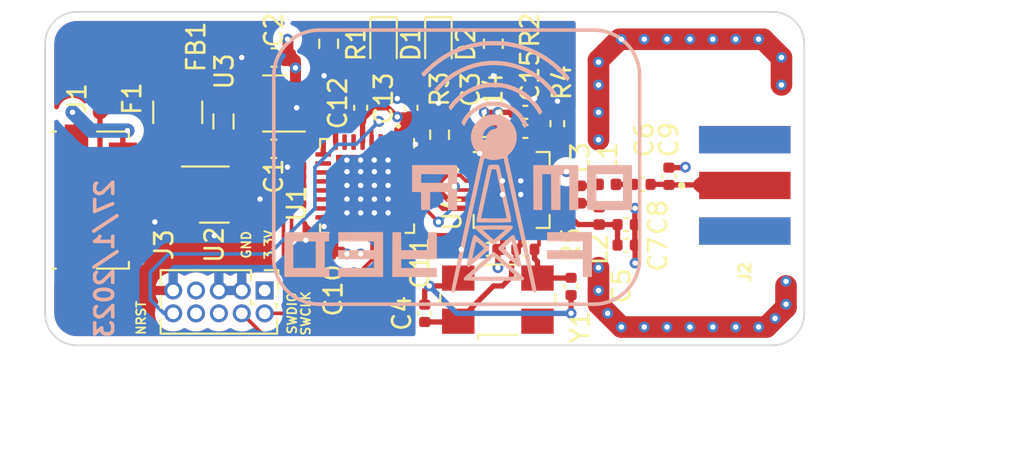
<source format=kicad_pcb>
(kicad_pcb (version 20221018) (generator pcbnew)
  (layers (0 "F.Cu" signal) (1 "In1.Cu" power "GND") (2 "In2.Cu" power "3.3V") (31 "B.Cu" signal) (34 "B.Paste" user) (35 "F.Paste" user) (36 "B.SilkS" user "B.Silkscreen") (37 "F.SilkS" user "F.Silkscreen") (38 "B.Mask" user) (39 "F.Mask" user) (44 "Edge.Cuts" user))
  (net 0 "")
  (net 1 "Net-(C1-Pad1)")
  (net 2 "GND")
  (net 3 "+3.3V")
  (net 4 "Net-(C3-Pad1)")
  (net 5 "XTAL2")
  (net 6 "XTAL1")
  (net 7 "Net-(C6-Pad1)")
  (net 8 "Net-(C6-Pad2)")
  (net 9 "VDD_PA")
  (net 10 "Net-(D1-Pad1)")
  (net 11 "Net-(D1-Pad2)")
  (net 12 "Net-(D2-Pad1)")
  (net 13 "Net-(D2-Pad2)")
  (net 14 "+5V")
  (net 15 "Net-(F1-Pad2)")
  (net 16 "D-")
  (net 17 "D+")
  (net 19 "unconnected-(J1-Pad6)")
  (net 20 "SWDIO")
  (net 21 "SWCLK")
  (net 25 "NRST")
  (net 26 "Net-(R3-Pad1)")
  (net 27 "Net-(R4-Pad2)")
  (net 41 "USB-")
  (net 42 "USB+")
  (net 43 "NRF_IRQ")
  (net 44 "SPI_SCK")
  (net 45 "SPI_MISO")
  (net 46 "SPI_MOSI")
  (net 47 "SPI_CS")
  (net 48 "NRF_CE")
  (net 49 "ANT2")
  (net 50 "ANT1")
  (footprint "Package_DFN_QFN:QFN-20-1EP_4x4mm_P0.5mm_EP2.5x2.5mm" (layer "F.Cu") (at 159.004 57.912)
    (fp_text reference "U4")
    (fp_text value "NRF24L01")
  )
  (footprint "Capacitor_SMD:C_0402_1005Metric_Pad0.74x0.62mm_HandSolder" (layer "F.Cu") (at 159.769676 54.65785 180)
    (fp_text reference "C14")
    (fp_text value "10nF")
  )
  (footprint "Resistor_SMD:R_0603_1608Metric" (layer "F.Cu") (at 148.844 49.784 -90)
    (fp_text reference "R1")
    (fp_text value "330R")
  )
  (footprint "Capacitor_SMD:C_0402_1005Metric" (layer "F.Cu") (at 154.178 64.77 -90)
    (fp_text reference "C4")
    (fp_text value "22pF")
  )
  (footprint "Capacitor_SMD:C_0402_1005Metric_Pad0.74x0.62mm_HandSolder" (layer "F.Cu") (at 150.622 53.34 -90)
    (fp_text reference "C12")
    (fp_text value "100nF")
  )
  (footprint "Package_TO_SOT_SMD:SOT-23-6" (layer "F.Cu") (at 142.494 58.166)
    (fp_text reference "U2")
    (fp_text value "USBLC6-2SC6")
  )
  (footprint "Capacitor_SMD:C_0402_1005Metric" (layer "F.Cu") (at 157.48 54.61 180)
    (fp_text reference "C3")
    (fp_text value "33nF")
  )
  (footprint "Capacitor_SMD:C_0402_1005Metric_Pad0.74x0.62mm_HandSolder" (layer "F.Cu") (at 153.416 53.34 -90)
    (fp_text reference "C13")
    (fp_text value "100nF")
  )
  (footprint "Capacitor_SMD:C_0603_1608Metric" (layer "F.Cu") (at 145.809 50.546 180)
    (fp_text reference "C2")
    (fp_text value "10uF")
  )
  (footprint "Inductor_SMD:L_0402_1005Metric" (layer "F.Cu") (at 162.814 58.166 -90)
    (fp_text reference "L3")
    (fp_text value "8.2nH")
  )
  (footprint "Resistor_SMD:R_0402_1005Metric" (layer "F.Cu") (at 159.766 61.214)
    (fp_text reference "R5")
    (fp_text value "1M")
  )
  (footprint "Resistor_SMD:R_0603_1608Metric" (layer "F.Cu") (at 157.988 49.784 -90)
    (fp_text reference "R2")
    (fp_text value "330R")
  )
  (footprint "Capacitor_SMD:C_0402_1005Metric_Pad0.74x0.62mm_HandSolder" (layer "F.Cu") (at 159.766 53.594 180)
    (fp_text reference "C15")
    (fp_text value "1nF")
  )
  (footprint "Capacitor_SMD:C_0402_1005Metric" (layer "F.Cu") (at 162.306 63.274 90)
    (fp_text reference "C5")
    (fp_text value "22pF")
  )
  (footprint "Capacitor_SMD:C_0603_1608Metric" (layer "F.Cu") (at 145.796 55.626)
    (fp_text reference "C1")
    (fp_text value "10uF")
  )
  (footprint "Capacitor_SMD:C_0402_1005Metric_Pad0.74x0.62mm_HandSolder" (layer "F.Cu") (at 157.734 61.214)
    (fp_text reference "C11")
    (fp_text value "100nF")
  )
  (footprint "Capacitor_SMD:C_0402_1005Metric" (layer "F.Cu") (at 165.367 60.975 180)
    (fp_text reference "C7")
    (fp_text value "4.7pF")
  )
  (footprint "Resistor_SMD:R_0603_1608Metric" (layer "F.Cu") (at 155.004197 54.84167 90)
    (fp_text reference "R3")
    (fp_text value "10k")
  )
  (footprint "Inductor_SMD:L_0402_1005Metric" (layer "F.Cu") (at 163.867 59.35 -90)
    (fp_text reference "L2")
    (fp_text value "2.7nH")
  )
  (footprint "Resistor_SMD:R_0402_1005Metric" (layer "F.Cu") (at 161.542 54.225 -90)
    (fp_text reference "R4")
    (fp_text value "22K")
  )
  (footprint "LED_SMD:LED_0603_1608Metric" (layer "F.Cu") (at 154.94 49.784 -90)
    (fp_text reference "D2")
    (fp_text value "yellow")
  )
  (footprint "Crystal:Crystal_SMD_0603-4Pin_6.0x3.5mm" (layer "F.Cu") (at 158.242 64.008)
    (fp_text reference "Y1")
    (fp_text value "16MHz")
  )
  (footprint "Connector_PinHeader_1.27mm:PinHeader_2x05_P1.27mm_Vertical" (layer "F.Cu") (at 145.288 63.5 -90)
    (fp_text reference "J3")
    (fp_text value "Conn_ARM_JTAG_SWD_10")
  )
  (footprint "Inductor_SMD:L_0402_1005Metric" (layer "F.Cu") (at 164.317 57.6)
    (fp_text reference "L1")
    (fp_text value "3.9nH")
  )
  (footprint "Capacitor_SMD:C_0402_1005Metric" (layer "F.Cu") (at 165.367 59.835 180)
    (fp_text reference "C8")
    (fp_text value "2.2nF")
  )
  (footprint "Package_TO_SOT_SMD:SOT-23" (layer "F.Cu") (at 145.851478 53.102747 180)
    (fp_text reference "U3")
    (fp_text value "XC6206PxxxMR")
  )
  (footprint "Package_DFN_QFN:QFN-32-1EP_5x5mm_P0.5mm_EP3.45x3.45mm" (layer "F.Cu") (at 150.9785 57.686 -90)
    (fp_text reference "U1")
    (fp_text value "STM32L432KBUx")
  )
  (footprint "Capacitor_SMD:C_0402_1005Metric" (layer "F.Cu") (at 166.242 57.6)
    (fp_text reference "C6")
    (fp_text value "1.5pF")
  )
  (footprint "Fuse:Fuse_1210_3225Metric" (layer "F.Cu") (at 140.462 53.594 -90)
    (fp_text reference "F1")
    (fp_text value "150mA")
  )
  (footprint "Connector_USB:USB_Micro-B_Molex_47346-0001" (layer "F.Cu") (at 136.039 58.4725 -90)
    (fp_text reference "J1")
    (fp_text value "USB_B_Micro")
  )
  (footprint "Capacitor_SMD:C_0402_1005Metric" (layer "F.Cu") (at 167.742 57.15 -90)
    (fp_text reference "C9")
    (fp_text value "1pF")
  )
  (footprint "Inductor_SMD:L_0805_2012Metric" (layer "F.Cu") (at 143.002 54.102 90)
    (fp_text reference "FB1")
    (fp_text value "100MHz")
  )
  (footprint "Model RF:LINX_CONSMA013.031-G" (layer "F.Cu") (at 174.498 57.658 90)
    (fp_text reference "J2")
    (fp_text value "Conn_Coaxial")
  )
  (footprint "Capacitor_SMD:C_0402_1005Metric_Pad0.74x0.62mm_HandSolder" (layer "F.Cu") (at 148.336 61.468)
    (fp_text reference "C10")
    (fp_text value "1uF")
  )
  (footprint "LED_SMD:LED_0603_1608Metric" (layer "F.Cu") (at 151.892 49.784 -90)
    (fp_text reference "D1")
    (fp_text value "Green")
  )
  (footprint "KiCad:Logo +" (layer "B.Cu") (at 155.956 56.642 180)
    (fp_text reference "G***" hide)
    (fp_text value "LOGO" hide)
  )
  (gr_line (start 134.874 48.006) (end 173.482 48.006) (stroke (width 0.1)) (layer "Edge.Cuts"))
  (gr_line (start 173.482 66.548) (end 134.874 66.548) (stroke (width 0.1)) (layer "Edge.Cuts"))
  (gr_arc (start 173.482 48.006) (mid 174.739236 48.526764) (end 175.26 49.784) (stroke (width 0.1)) (layer "Edge.Cuts"))
  (gr_arc (start 175.26 64.77) (mid 174.739236 66.027236) (end 173.482 66.548) (stroke (width 0.1)) (layer "Edge.Cuts"))
  (gr_arc (start 134.874 66.548) (mid 133.616764 66.027236) (end 133.096 64.77) (stroke (width 0.1)) (layer "Edge.Cuts"))
  (gr_line (start 175.26 49.784) (end 175.26 64.77) (stroke (width 0.1)) (layer "Edge.Cuts"))
  (gr_arc (start 133.096 49.784) (mid 133.616764 48.526764) (end 134.874 48.006) (stroke (width 0.1)) (layer "Edge.Cuts"))
  (gr_line (start 133.096 64.77) (end 133.096 49.784) (stroke (width 0.1)) (layer "Edge.Cuts"))
  (gr_text "27/1/2023" (at 136.398 61.722 90) (layer "B.SilkS") (effects (font (size 1 1) (thickness 0.2)) (justify mirror)))
  (gr_text "." (at 152.720191 53.950477) (layer "F.SilkS") (effects (font (size 1 1) (thickness 0.2))))
  (gr_text "." (at 155.956 56.388) (layer "F.SilkS") (effects (font (size 1 1) (thickness 0.2))))
  (gr_text "SWDIO" (at 146.812 64.77 90) (layer "F.SilkS") (effects (font (size 0.5 0.5) (thickness 0.1))))
  (gr_text "GND" (at 144.272 60.96 90) (layer "F.SilkS") (effects (font (size 0.5 0.5) (thickness 0.1))))
  (gr_text "SWCLK" (at 147.574 64.77 90) (layer "F.SilkS") (effects (font (size 0.5 0.5) (thickness 0.1))))
  (gr_text "NRST" (at 138.43 65.024 90) (layer "F.SilkS") (effects (font (size 0.5 0.5) (thickness 0.1))))
  (gr_text "3.3V" (at 145.542 60.96 90) (layer "F.SilkS") (effects (font (size 0.5 0.5) (thickness 0.1))))
  (segment (start 143.002 53.0395) (end 143.065247 53.102747) (width 0.6) (layer "F.Cu") (net 1))
  (segment (start 145.1255 55.5215) (end 145.021 55.626) (width 0.6) (layer "F.Cu") (net 1))
  (segment (start 144.913978 55.518978) (end 144.913978 53.102747) (width 0.6) (layer "F.Cu") (net 1))
  (segment (start 143.065247 53.102747) (end 144.913978 53.102747) (width 0.6) (layer "F.Cu") (net 1))
  (segment (start 145.021 55.626) (end 144.913978 55.518978) (width 0.6) (layer "F.Cu") (net 1))
  (segment (start 137.499 59.7725) (end 139.1095 59.7725) (width 0.3) (layer "F.Cu") (net 2))
  (segment (start 158.004 55.9745) (end 157.3205 55.9745) (width 0.3) (layer "F.Cu") (net 2))
  (segment (start 157.988 51.562) (end 157.988 50.609) (width 0.3) (layer "F.Cu") (net 2))
  (segment (start 165.847 58.943) (end 165.862 58.928) (width 0.29337) (layer "F.Cu") (net 2))
  (segment (start 159.504 57.396) (end 159.512 57.404) (width 0.29337) (layer "F.Cu") (net 2))
  (segment (start 163.83 50.6984) (end 164.9984 49.53) (width 1.2) (layer "F.Cu") (net 2))
  (segment (start 173.99 50.546) (end 173.99 52.07) (width 1.2) (layer "F.Cu") (net 2))
  (segment (start 147.0005 54.036) (end 147.0005 53.4055) (width 0.3) (layer "F.Cu") (net 2))
  (segment (start 155.004197 54.01667) (end 155.004197 53.150197) (width 0.3) (layer "F.Cu") (net 2))
  (segment (start 154.432 63.246) (end 155.604 63.246) (width 0.29337) (layer "F.Cu") (net 2))
  (segment (start 156.21 61.214) (end 157.1665 61.214) (width 0.3) (layer "F.Cu") (net 2))
  (segment (start 163.83 64.262) (end 163.83 63.5) (width 1.2) (layer "F.Cu") (net 2))
  (segment (start 163.83 55.118) (end 163.83 53.594) (width 1.2) (layer "F.Cu") (net 2))
  (segment (start 159.504 55.462539) (end 159.504 55.9745) (width 0.29337) (layer "F.Cu") (net 2))
  (segment (start 152.535 52.713) (end 152.654 52.832) (width 0.3) (layer "F.Cu") (net 2))
  (segment (start 165.862 61.976) (end 165.862 60.99) (width 0.29337) (layer "F.Cu") (net 2))
  (segment (start 148.59 50.863) (end 148.844 50.609) (width 0.3) (layer "F.Cu") (net 2))
  (segment (start 160.337176 54.65785) (end 160.337176 53.597676) (width 0.29337) (layer "F.Cu") (net 2))
  (segment (start 165.1 49.53) (end 172.974 49.53) (width 1.2) (layer "F.Cu") (net 2))
  (segment (start 154.178 63.5) (end 154.432 63.246) (width 0.29337) (layer "F.Cu") (net 2))
  (segment (start 165.1 65.532) (end 173.1518 65.532) (width 1.2) (layer "F.Cu") (net 2))
  (segment (start 146.558 56.642) (end 146.558 55.639) (width 0.3) (layer "F.Cu") (net 2))
  (segment (start 160.3335 53.594) (end 161.421 53.594) (width 0.29337) (layer "F.Cu") (net 2))
  (segment (start 174.244 64.4398) (end 174.244 63.246) (width 1.2) (layer "F.Cu") (net 2))
  (segment (start 155.004197 53.150197) (end 154.94 53.086) (width 0.3) (layer "F.Cu") (net 2))
  (segment (start 160.337176 53.597676) (end 160.3335 53.594) (width 0.29337) (layer "F.Cu") (net 2))
  (segment (start 141.3565 58.166) (end 141.986 58.166) (width 0.3) (layer "F.Cu") (net 2))
  (segment (start 159.504 55.9745) (end 159.504 57.396) (width 0.29337) (layer "F.Cu") (net 2))
  (segment (start 147.7685 60.9005) (end 147.574 60.706) (width 0.3) (layer "F.Cu") (net 2))
  (segment (start 153.416 55.936) (end 153.416 55.626) (width 0.3) (layer "F.Cu") (net 2))
  (segment (start 163.83 63.5) (end 163.83 62.23) (width 1.2) (layer "F.Cu") (net 2))
  (segment (start 165.847 60.975) (end 165.847 58.943) (width 0.29337) (layer "F.Cu") (net 2))
  (segment (start 148.59 51.562) (end 148.59 50.863) (width 0.3) (layer "F.Cu") (net 2))
  (segment (start 159.52 57.412) (end 159.512 57.404) (width 0.29337) (layer "F.Cu") (net 2))
  (segment (start 162.306 63.754) (end 162.306 64.77) (width 0.29337) (layer "F.Cu") (net 2))
  (segment (start 153.416 55.626) (end 153.67 55.372) (width 0.3) (layer "F.Cu") (net 2))
  (segment (start 159.004 58.674) (end 159.512 58.166) (width 0.29337) (layer "F.Cu") (net 2))
  (segment (start 148.541 59.895) (end 148.59 59.944) (width 0.3) (layer "F.Cu") (net 2))
  (segment (start 161.542 53.705) (end 161.542 52.945) (width 0.3) (layer "F.Cu") (net 2))
  (segment (start 153.3565 52.832) (end 153.416 52.7725) (width 0.3) (layer "F.Cu") (net 2))
  (segment (start 168.628 56.67) (end 168.656 56.642) (width 0.29337) (layer "F.Cu") (net 2))
  (segment (start 157.226 54.836) (end 157 54.61) (width 0.3) (layer "F.Cu") (net 2))
  (segment (start 162.306 64.77) (end 160.88 64.77) (width 0.29337) (layer "F.Cu") (net 2))
  (segment (start 157.3205 55.9745) (end 157.226 55.88) (width 0.3) (layer "F.Cu") (net 2))
  (segment (start 142.494 58.674) (end 142.494 60.452) (width 0.3) (layer "F.Cu") (net 2))
  (segment (start 139.1095 59.7725) (end 139.192 59.69) (width 0.3) (layer "F.Cu") (net 2))
  (segment (start 148.336 59.944) (end 148.59 59.944) (width 0.3) (layer "F.Cu") (net 2))
  (segment (start 147.7685 61.468) (end 147.7685 60.9005) (width 0.3) (layer "F.Cu") (net 2))
  (segment (start 147.574 60.706) (end 148.336 59.944) (width 0.3) (layer "F.Cu") (net 2))
  (segment (start 160.9415 57.412) (end 159.52 57.412) (width 0.29337) (layer "F.Cu") (net 2))
  (segment (start 159.004 59.8495) (end 159.004 58.674) (width 0.29337) (layer "F.Cu") (net 2))
  (segment (start 146.558 55.639) (end 146.571 55.626) (width 0.3) (layer "F.Cu") (net 2))
  (segment (start 163.83 53.594) (end 163.83 50.6984) (width 1.2) (layer "F.Cu") (net 2))
  (segment (start 173.1518 65.532) (end 174.244 64.4398) (width 1.2) (layer "F.Cu") (net 2))
  (segment (start 141.986 58.166) (end 142.494 58.674) (width 0.3) (layer "F.Cu") (net 2))
  (segment (start 160.88 64.77) (end 160.442 65.208) (width 0.29337) (layer "F.Cu") (net 2))
  (segment (start 148.541 59.436) (end 148.541 59.895) (width 0.3) (layer "F.Cu") (net 2))
  (segment (start 160.308689 54.65785) (end 159.504 55.462539) (width 0.29337) (layer "F.Cu") (net 2))
  (segment (start 165.862 60.99) (end 165.847 60.975) (width 0.29337) (layer "F.Cu") (net 2))
  (segment (start 145.034 50.546) (end 144.018 50.546) (width 0.3) (layer "F.Cu") (net 2))
  (segment (start 160.337176 54.65785) (end 160.308689 54.65785) (width 0.29337) (layer "F.Cu") (net 2))
  (segment (start 150.622 52.713) (end 152.535 52.713) (width 0.3) (layer "F.Cu") (net 2))
  (segment (start 147.0005 53.4055) (end 147.066 53.34) (width 0.3) (layer "F.Cu") (net 2))
  (segment (start 154.178 64.29) (end 154.178 63.5) (width 0.29337) (layer "F.Cu") (net 2))
  (segment (start 172.974 49.53) (end 173.99 50.546) (width 1.2) (layer "F.Cu") (net 2))
  (segment (start 161.421 53.594) (end 161.542 53.715) (width 0.29337) (layer "F.Cu") (net 2))
  (segment (start 152.654 52.832) (end 153.3565 52.832) (width 0.3) (layer "F.Cu") (net 2))
  (segment (start 167.742 56.67) (end 168.628 56.67) (width 0.29337) (layer "F.Cu") (net 2))
  (segment (start 155.604 63.246) (end 156.042 62.808) (width 0.29337) (layer "F.Cu") (net 2))
  (segment (start 164.338 64.77) (end 163.83 64.262) (width 1.2) (layer "F.Cu") (net 2))
  (segment (start 164.338 64.77) (end 165.1 65.532) (width 1.2) (layer "F.Cu") (net 2))
  (segment (start 157.226 55.88) (end 157.226 54.836) (width 0.3) (layer "F.Cu") (net 2))
  (via (at 167.64 65.532) (size 0.6) (drill 0.3) (layers "F.Cu" "B.Cu") (net 2))
  (via (at 162.306 64.77) (size 0.6) (drill 0.3) (layers "F.Cu" "B.Cu") (net 2))
  (via (at 144.018 50.546) (size 0.6) (drill 0.3) (layers "F.Cu" "B.Cu") (net 2))
  (via (at 151.384 58.42) (size 0.6) (drill 0.3) (layers "F.Cu" "B.Cu") (net 2))
  (via (at 164.338 64.77) (size 0.6) (drill 0.3) (layers "F.Cu" "B.Cu") (net 2))
  (via (at 152.146 56.896) (size 0.6) (drill 0.3) (layers "F.Cu" "B.Cu") (net 2))
  (via (at 165.1 49.53) (size 0.6) (drill 0.3) (layers "F.Cu" "B.Cu") (net 2))
  (via (at 147.066 53.34) (size 0.6) (drill 0.3) (layers "F.Cu" "B.Cu") (net 2))
  (via (at 151.384 57.658) (size 0.6) (drill 0.3) (layers "F.Cu" "B.Cu") (net 2))
  (via (at 154.432 63.246) (size 0.6) (drill 0.3) (layers "F.Cu" "B.Cu") (net 2))
  (via (at 159.512 57.404) (size 0.6) (drill 0.3) (layers "F.Cu" "B.Cu") (net 2))
  (via (at 145.034 58.42) (size 0.6) (drill 0.3) (layers "F.Cu" "B.Cu") (net 2))
  (via (at 161.552 52.97) (size 0.6) (drill 0.3) (layers "F.Cu" "B.Cu") (net 2))
  (via (at 163.83 52.07) (size 0.6) (drill 0.3) (layers "F.Cu" "B.Cu") (net 2))
  (via (at 149.852025 56.248838) (size 0.6) (drill 0.3) (layers "F.Cu" "B.Cu") (net 2))
  (via (at 171.45 49.53) (size 0.6) (drill 0.3) (layers "F.Cu" "B.Cu") (net 2))
  (via (at 165.1 65.532) (size 0.6) (drill 0.3) (layers "F.Cu" "B.Cu") (net 2))
  (via (at 166.37 49.53) (size 0.6) (drill 0.3) (layers "F.Cu" "B.Cu") (net 2))
  (via (at 152.146 58.42) (size 0.6) (drill 0.3) (layers "F.Cu" "B.Cu") (net 2))
  (via (at 163.83 50.8) (size 0.6) (drill 0.3) (layers "F.Cu" "B.Cu") (net 2))
  (via (at 163.83 62.23) (size 0.6) (drill 0.3) (layers "F.Cu" "B.Cu") (net 2))
  (via (at 152.138025 56.248838) (size 0.6) (drill 0.3) (layers "F.Cu" "B.Cu") (net 2))
  (via (at 157.226 55.88) (size 0.6) (drill 0.3) (layers "F.Cu" "B.Cu") (net 2))
  (via (at 139.192 59.69) (size 0.6) (drill 0.3) (layers "F.Cu" "B.Cu") (net 2))
  (via (at 149.86 59.182) (size 0.6) (drill 0.3) (layers "F.Cu" "B.Cu") (net 2))
  (via (at 149.86 58.42) (size 0.6) (drill 0.3) (layers "F.Cu" "B.Cu") (net 2))
  (via (at 168.656 56.642) (size 0.6) (drill 0.3) (layers "F.Cu" "B.Cu") (net 2))
  (via (at 150.622 57.658) (size 0.6) (drill 0.3) (layers "F.Cu" "B.Cu") (net 2))
  (via (at 158.496 58.166) (size 0.6) (drill 0.3) (layers "F.Cu" "B.Cu") (net 2))
  (via (at 149.86 56.896) (size 0.6) (drill 0.3) (layers "F.Cu" "B.Cu") (net 2))
  (via (at 168.91 49.53) (size 0.6) (drill 0.3) (layers "F.Cu" "B.Cu") (net 2))
  (via (at 170.18 65.532) (size 0.6) (drill 0.3) (layers "F.Cu" "B.Cu") (net 2))
  (via (at 151.376025 56.248838) (size 0.6) (drill 0.3) (layers "F.Cu" "B.Cu") (net 2))
  (via (at 173.6344 65.0494) (size 0.6) (drill 0.3) (layers "F.Cu" "B.Cu") (net 2))
  (via (at 150.622 56.896) (size 0.6) (drill 0.3) (layers "F.Cu" "B.Cu") (net 2))
  (via (at 167.64 49.53) (size 0.6) (drill 0.3) (layers "F.Cu" "B.Cu") (net 2))
  (via (at 173.99 52.07) (size 0.6) (drill 0.3) (layers "F.Cu" "B.Cu") (net 2))
  (via (at 150.614025 56.248838) (size 0.6) (drill 0.3) (layers "F.Cu" "B.Cu") (net 2))
  (via (at 174.244 62.992) (size 0.6) (drill 0.3) (layers "F.Cu" "B.Cu") (net 2))
  (via (at 152.146 57.658) (size 0.6) (drill 0.3) (layers "F.Cu" "B.Cu") (net 2))
  (via (at 170.18 49.53) (size 0.6) (drill 0.3) (layers "F.Cu" "B.Cu") (net 2))
  (via (at 166.37 65.532) (size 0.6) (drill 0.3) (layers "F.Cu" "B.Cu") (net 2))
  (via (at 146.558 56.642) (size 0.6) (drill 0.3) (layers "F.Cu" "B.Cu") (net 2))
  (via (at 160.274 52.832) (size 0.6) (drill 0.3) (layers "F.Cu" "B.Cu") (net 2))
  (via (at 153.67 55.372) (size 0.6) (drill 0.3) (layers "F.Cu" "B.Cu") (net 2))
  (via (at 168.91 65.532) (size 0.6) (drill 0.3) (layers "F.Cu" "B.Cu") (net 2))
  (via (at 163.83 53.594) (size 0.6) (drill 0.3) (layers "F.Cu" "B.Cu") (net 2))
  (via (at 172.72 49.53) (size 0.6) (drill 0.3) (layers "F.Cu" "B.Cu") (net 2))
  (via (at 142.494 60.452) (size 0.6) (drill 0.3) (layers "F.Cu" "B.Cu") (net 2))
  (via (at 172.72 65.532) (size 0.6) (drill 0.3) (layers "F.Cu" "B.Cu") (net 2))
  (via (at 154.94 53.086) (size 0.6) (drill 0.3) (layers "F.Cu" "B.Cu") (net 2))
  (via (at 150.622 58.42) (size 0.6) (drill 0.3) (layers "F.Cu" "B.Cu") (net 2))
  (via (at 149.86 57.658) (size 0.6) (drill 0.3) (layers "F.Cu" "B.Cu") (net 2))
  (via (at 150.622 59.182) (size 0.6) (drill 0.3) (layers "F.Cu" "B.Cu") (net 2))
  (via (at 158.496 57.404) (size 0.6) (drill 0.3) (layers "F.Cu" "B.Cu") (net 2))
  (via (at 159.512 58.166) (size 0.6) (drill 0.3) (layers "F.Cu" "B.Cu") (net 2))
  (via (at 174.244 64.262) (size 0.6) (drill 0.3) (layers "F.Cu" "B.Cu") (net 2))
  (via (at 148.59 59.944) (size 0.6) (drill 0.3) (layers "F.Cu" "B.Cu") (net 2))
  (via (at 165.862 58.928) (size 0.6) (drill 0.3) (layers "F.Cu" "B.Cu") (net 2))
  (via (at 173.99 50.546) (size 0.6) (drill 0.3) (layers "F.Cu" "B.Cu") (net 2))
  (via (at 151.384 56.896) (size 0.6) (drill 0.3) (layers "F.Cu" "B.Cu") (net 2))
  (via (at 165.862 61.976) (size 0.6) (drill 0.3) (layers "F.Cu" "B.Cu") (net 2))
  (via (at 163.83 55.118) (size 0.6) (drill 0.3) (layers "F.Cu" "B.Cu") (net 2))
  (via (at 157.988 51.562) (size 0.6) (drill 0.3) (layers "F.Cu" "B.Cu") (net 2))
  (via (at 148.59 51.562) (size 0.6) (drill 0.3) (layers "F.Cu" "B.Cu") (net 2))
  (via (at 171.45 65.532) (size 0.6) (drill 0.3) (layers "F.Cu" "B.Cu") (net 2))
  (via (at 163.83 63.5) (size 0.6) (drill 0.3) (layers "F.Cu" "B.Cu") (net 2))
  (via (at 151.384 59.182) (size 0.6) (drill 0.3) (layers "F.Cu" "B.Cu") (net 2))
  (via (at 147.574 60.706) (size 0.6) (drill 0.3) (layers "F.Cu" "B.Cu") (net 2))
  (via (at 152.654 52.832) (size 0.6) (drill 0.3) (layers "F.Cu" "B.Cu") (net 2))
  (via (at 156.21 61.214) (size 0.6) (drill 0.3) (layers "F.Cu" "B.Cu") (net 2))
  (via (at 152.146 59.182) (size 0.6) (drill 0.3) (layers "F.Cu" "B.Cu") (net 2))
  (segment (start 155.956 64.77) (end 154.432 63.246) (width 0.29337) (layer "B.Cu") (net 2))
  (segment (start 162.306 64.77) (end 155.956 64.77) (width 0.29337) (layer "B.Cu") (net 2))
  (segment (start 146.584 49.556) (end 146.558 49.53) (width 0.6) (layer "F.Cu") (net 3))
  (segment (start 149.606 61.214) (end 149.86 61.468) (width 0.3) (layer "F.Cu") (net 3))
  (segment (start 148.9035 61.468) (end 150.622 61.468) (width 0.3) (layer "F.Cu") (net 3))
  (segment (start 159.004 55.9745) (end 159.004 54.856026) (width 0.29337) (layer "F.Cu") (net 3))
  (segment (start 159.202176 53.597676) (end 159.1985 53.594) (width 0.29337) (layer "F.Cu") (net 3))
  (segment (start 150.8165 53.9075) (end 151.384 53.34) (width 0.3) (layer "F.Cu") (net 3))
  (segment (start 153.3565 53.848) (end 152.654 53.848) (width 0.5) (layer "F.Cu") (net 3))
  (segment (start 149.2285 60.1235) (end 149.2285 61.143) (width 0.3) (layer "F.Cu") (net 3))
  (segment (start 147.0005 52.136) (end 147.0005 51.1195) (width 0.6) (layer "F.Cu") (net 3))
  (segment (start 158.504 59.8495) (end 158.504 61.0115) (width 0.29337) (layer "F.Cu") (net 3))
  (segment (start 162.036 56.912) (end 162.052 56.896) (width 0.3) (layer "F.Cu") (net 3))
  (segment (start 147.0005 52.136) (end 147.0005 50.7085) (width 0.6) (layer "F.Cu") (net 3))
  (segment (start 157.48 53.594) (end 159.1985 53.594) (width 0.3) (layer "F.Cu") (net 3))
  (segment (start 152.146 53.34) (end 152.654 53.848) (width 0.3) (layer "F.Cu") (net 3))
  (segment (start 159.004 54.856026) (end 159.202176 54.65785) (width 0.29337) (layer "F.Cu") (net 3))
  (segment (start 147.0005 51.1195) (end 147.0005 50.9625) (width 0.6) (layer "F.Cu") (net 3))
  (segment (start 158.242 62.23) (end 158.242 61.2735) (width 0.3) (layer "F.Cu") (net 3))
  (segment (start 158.504 61.0115) (end 158.3015 61.214) (width 0.29337) (layer "F.Cu") (net 3))
  (segment (start 149.2285 61.143) (end 148.9035 61.468) (width 0.3) (layer "F.Cu") (net 3))
  (segment (start 150.7285 53.9545) (end 150.622 53.848) (width 0.3) (layer "F.Cu") (net 3))
  (segment (start 146.584 50.546) (end 146.584 49.556) (width 0.6) (layer "F.Cu") (net 3))
  (segment (start 159.202176 54.65785) (end 159.202176 53.597676) (width 0.29337) (layer "F.Cu") (net 3))
  (segment (start 151.384 53.34) (end 152.146 53.34) (width 0.3) (layer "F.Cu") (net 3))
  (segment (start 147.0005 50.7085) (end 146.584 50.292) (width 0.6) (layer "F.Cu") (net 3))
  (segment (start 153.416 53.9075) (end 153.3565 53.848) (width 0.5) (layer "F.Cu") (net 3))
  (segment (start 150.622 53.9075) (end 150.8165 53.9075) (width 0.3) (layer "F.Cu") (net 3))
  (segment (start 158.242 61.2735) (end 158.3015 61.214) (width 0.3) (layer "F.Cu") (net 3))
  (segment (start 150.7285 55.2485) (end 150.7285 53.9545) (width 0.3) (layer "F.Cu") (net 3))
  (segment (start 152.7285 55.2485) (end 152.7285 54.595) (width 0.3) (layer "F.Cu") (net 3))
  (segment (start 160.9415 56.912) (end 162.036 56.912) (width 0.3) (layer "F.Cu") (net 3))
  (segment (start 148.9035 61.468) (end 149.1575 61.214) (width 0.3) (layer "F.Cu") (net 3))
  (segment (start 149.1575 61.214) (end 149.606 61.214) (width 0.3) (layer "F.Cu") (net 3))
  (segment (start 147.0005 50.9625) (end 146.584 50.546) (width 0.6) (layer "F.Cu") (net 3))
  (segment (start 152.7285 54.595) (end 153.416 53.9075) (width 0.5) (layer "F.Cu") (net 3))
  (via (at 146.558 49.53) (size 0.6) (drill 0.3) (layers "F.Cu" "B.Cu") (net 3))
  (via (at 158.242 53.594) (size 0.6) (drill 0.3) (layers "F.Cu" "B.Cu") (net 3))
  (via (at 147.0005 51.1195) (size 0.6) (drill 0.3) (layers "F.Cu" "B.Cu") (net 3))
  (via (at 157.48 53.594) (size 0.6) (drill 0.3) (layers "F.Cu" "B.Cu") (net 3))
  (via (at 162.052 56.896) (size 0.6) (drill 0.3) (layers "F.Cu" "B.Cu") (net 3))
  (via (at 149.86 61.468) (size 0.6) (drill 0.3) (layers "F.Cu" "B.Cu") (net 3))
  (via (at 158.242 62.23) (size 0.6) (drill 0.3) (layers "F.Cu" "B.Cu") (net 3))
  (via (at 152.654 53.848) (size 0.6) (drill 0.3) (layers "F.Cu" "B.Cu") (net 3))
  (via (at 150.622 61.468) (size 0.6) (drill 0.3) (layers "F.Cu" "B.Cu") (net 3))
  (segment (start 158.504 55.154) (end 157.96 54.61) (width 0.29337) (layer "F.Cu") (net 4))
  (segment (start 158.504 55.9745) (end 158.504 55.154) (width 0.29337) (layer "F.Cu") (net 4))
  (segment (start 159.258 61.216) (end 159.258 61.722) (width 0.29337) (layer "F.Cu") (net 5))
  (segment (start 159.258 61.722) (end 159.004 61.976) (width 0.29337) (layer "F.Cu") (net 5))
  (segment (start 156 65.25) (end 156.042 65.208) (width 0.29337) (layer "F.Cu") (net 5))
  (segment (start 156.042 65.208) (end 156.28 65.208) (width 0.29337) (layer "F.Cu") (net 5))
  (segment (start 156.042 65.208) (end 158.004 63.246) (width 0.29337) (layer "F.Cu") (net 5))
  (segment (start 159.258 61.216) (end 159.256 61.214) (width 0.29337) (layer "F.Cu") (net 5))
  (segment (start 159.512 60.958) (end 159.256 61.214) (width 0.29337) (layer "F.Cu") (net 5))
  (segment (start 154.178 65.25) (end 156 65.25) (width 0.29337) (layer "F.Cu") (net 5))
  (segment (start 158.004 63.246) (end 158.496 63.246) (width 0.29337) (layer "F.Cu") (net 5))
  (segment (start 159.004 62.738) (end 159.004 61.976) (width 0.29337) (layer "F.Cu") (net 5))
  (segment (start 158.496 63.246) (end 159.004 62.738) (width 0.29337) (layer "F.Cu") (net 5))
  (segment (start 159.504 59.8495) (end 159.512 59.8575) (width 0.29337) (layer "F.Cu") (net 5))
  (segment (start 159.512 59.8575) (end 159.512 60.958) (width 0.29337) (layer "F.Cu") (net 5))
  (segment (start 160.528 60.198) (end 160.528 60.962) (width 0.2) (layer "F.Cu") (net 6))
  (segment (start 162.292 62.808) (end 162.306 62.794) (width 0.29337) (layer "F.Cu") (net 6))
  (segment (start 160.442 62.808) (end 160.442 61.89) (width 0.29337) (layer "F.Cu") (net 6))
  (segment (start 160.528 60.962) (end 160.276 61.214) (width 0.2) (layer "F.Cu") (net 6))
  (segment (start 160.274 61.722) (end 160.274 61.216) (width 0.29337) (layer "F.Cu") (net 6))
  (segment (start 160.274 61.216) (end 160.276 61.214) (width 0.29337) (layer "F.Cu") (net 6))
  (segment (start 160.004 59.8495) (end 160.1795 59.8495) (width 0.2) (layer "F.Cu") (net 6))
  (segment (start 160.442 61.89) (end 160.274 61.722) (width 0.29337) (layer "F.Cu") (net 6))
  (segment (start 160.442 62.808) (end 162.292 62.808) (width 0.29337) (layer "F.Cu") (net 6))
  (segment (start 160.1795 59.8495) (end 160.528 60.198) (width 0.2) (layer "F.Cu") (net 6))
  (segment (start 164.802 57.6) (end 165.762 57.6) (width 0.29337) (layer "F.Cu") (net 7))
  (segment (start 167.712 57.6) (end 167.742 57.63) (width 0.29337) (layer "F.Cu") (net 8))
  (segment (start 166.722 57.6) (end 167.712 57.6) (width 0.29337) (layer "F.Cu") (net 8))
  (segment (start 169.2656 57.5056) (end 169.418 57.3532) (width 0.29337) (layer "F.Cu") (net 8))
  (segment (start 169.2656 57.63) (end 171.93 57.63) (width 0.29337) (layer "F.Cu") (net 8))
  (segment (start 169.2656 57.63) (end 169.2656 57.7596) (width 0.29337) (layer "F.Cu") (net 8))
  (segment (start 167.742 57.63) (end 169.2656 57.63) (width 0.29337) (layer "F.Cu") (net 8))
  (segment (start 171.93 57.63) (end 171.958 57.658) (width 0.29337) (layer "F.Cu") (net 8))
  (segment (start 169.2656 57.7596) (end 169.418 57.912) (width 0.29337) (layer "F.Cu") (net 8))
  (segment (start 169.2656 57.63) (end 169.2656 57.5056) (width 0.29337) (layer "F.Cu") (net 8))
  (segment (start 160.9415 58.912) (end 161.779 58.912) (width 0.29337) (layer "F.Cu") (net 9))
  (segment (start 164.887 59.835) (end 164.887 60.975) (width 0.29337) (layer "F.Cu") (net 9))
  (segment (start 164.812 59.76) (end 164.887 59.835) (width 0.29337) (layer "F.Cu") (net 9))
  (segment (start 161.779 58.912) (end 162.702 59.835) (width 0.29337) (layer "F.Cu") (net 9))
  (segment (start 162.702 59.835) (end 163.867 59.835) (width 0.29337) (layer "F.Cu") (net 9))
  (segment (start 163.867 59.835) (end 164.887 59.835) (width 0.29337) (layer "F.Cu") (net 9))
  (segment (start 148.844 48.959) (end 151.8545 48.959) (width 0.5) (layer "F.Cu") (net 10))
  (segment (start 151.8545 48.959) (end 151.892 48.9965) (width 0.5) (layer "F.Cu") (net 10))
  (segment (start 148.541 52.881) (end 150.8505 50.5715) (width 0.3) (layer "F.Cu") (net 11))
  (segment (start 150.8505 50.5715) (end 151.892 50.5715) (width 0.3) (layer "F.Cu") (net 11))
  (segment (start 148.541 55.936) (end 148.541 52.881) (width 0.3) (layer "F.Cu") (net 11))
  (segment (start 154.94 48.9965) (end 157.9505 48.9965) (width 0.5) (layer "F.Cu") (net 12))
  (segment (start 157.9505 48.9965) (end 157.988 48.959) (width 0.5) (layer "F.Cu") (net 12))
  (segment (start 149.2285 52.9555) (end 150.368 51.816) (width 0.3) (layer "F.Cu") (net 13))
  (segment (start 149.2285 55.2485) (end 149.2285 52.9555) (width 0.3) (layer "F.Cu") (net 13))
  (segment (start 153.6955 51.816) (end 154.94 50.5715) (width 0.3) (layer "F.Cu") (net 13))
  (segment (start 150.368 51.816) (end 153.6955 51.816) (width 0.3) (layer "F.Cu") (net 13))
  (segment (start 136.144 56.896) (end 136.4205 57.1725) (width 0.29337) (layer "F.Cu") (net 14))
  (segment (start 143.002 58.166) (end 143.6315 58.166) (width 0.6) (layer "F.Cu") (net 14))
  (segment (start 136.4205 57.1725) (end 137.499 57.1725) (width 0.29337) (layer "F.Cu") (net 14))
  (segment (start 141.986 56.388) (end 142.494 56.896) (width 0.29337) (layer "F.Cu") (net 14))
  (segment (start 142.494 57.658) (end 143.002 58.166) (width 0.29337) (layer "F.Cu") (net 14))
  (segment (start 137.414 52.324) (end 140.462 52.324) (width 0.8) (layer "F.Cu") (net 14))
  (segment (start 136.144 53.594) (end 136.144 56.896) (width 0.29337) (layer "F.Cu") (net 14))
  (segment (start 137.499 57.1725) (end 139.6775 57.1725) (width 0.29337) (layer "F.Cu") (net 14))
  (segment (start 142.494 56.896) (end 142.494 57.658) (width 0.29337) (layer "F.Cu") (net 14))
  (segment (start 140.462 56.388) (end 141.986 56.388) (width 0.29337) (layer "F.Cu") (net 14))
  (segment (start 137.414 52.324) (end 136.144 53.594) (width 0.8) (layer "F.Cu") (net 14))
  (segment (start 139.6775 57.1725) (end 140.462 56.388) (width 0.29337) (layer "F.Cu") (net 14))
  (segment (start 140.462 54.994) (end 142.8315 54.994) (width 0.6) (layer "F.Cu") (net 15))
  (segment (start 142.8315 54.994) (end 143.002 55.1645) (width 0.6) (layer "F.Cu") (net 15))
  (segment (start 140.1975 57.9225) (end 140.904 57.216) (width 0.2) (layer "F.Cu") (net 16))
  (segment (start 137.499 57.8225) (end 138.534001 57.8225) (width 0.2) (layer "F.Cu") (net 16))
  (segment (start 140.904 57.216) (end 141.3565 57.216) (width 0.2) (layer "F.Cu") (net 16))
  (segment (start 138.534001 57.8225) (end 138.634001 57.9225) (width 0.2) (layer "F.Cu") (net 16))
  (segment (start 138.634001 57.9225) (end 140.1975 57.9225) (width 0.2) (layer "F.Cu") (net 16))
  (segment (start 138.634001 58.3725) (end 140.1605 58.3725) (width 0.2) (layer "F.Cu") (net 17))
  (segment (start 137.499 58.4725) (end 138.534001 58.4725) (width 0.2) (layer "F.Cu") (net 17))
  (segment (start 140.904 59.116) (end 141.3565 59.116) (width 0.2) (layer "F.Cu") (net 17))
  (segment (start 140.1605 58.3725) (end 140.904 59.116) (width 0.2) (layer "F.Cu") (net 17))
  (segment (start 138.534001 58.4725) (end 138.634001 58.3725) (width 0.2) (layer "F.Cu") (net 17))
  (segment (start 134.839 60.0225) (end 134.839 57.3225) (width 0.29337) (layer "F.Cu") (net 19))
  (segment (start 134.839 61.8475) (end 136.5265 61.8475) (width 0.29337) (layer "F.Cu") (net 19))
  (segment (start 134.839 57.3225) (end 134.839 55.0975) (width 0.29337) (layer "F.Cu") (net 19))
  (segment (start 137.414 55.985) (end 137.414 54.864) (width 0.3) (layer "F.Cu") (net 19))
  (segment (start 134.839 55.0975) (end 134.839 53.813) (width 0.29337) (layer "F.Cu") (net 19))
  (segment (start 137.414 54.864) (end 137.668 54.61) (width 0.3) (layer "F.Cu") (net 19))
  (segment (start 136.5265 61.8475) (end 137.414 60.96) (width 0.29337) (layer "F.Cu") (net 19))
  (segment (start 134.839 53.813) (end 134.62 53.594) (width 0.29337) (layer "F.Cu") (net 19))
  (segment (start 134.839 61.8475) (end 134.839 60.0225) (width 0.29337) (layer "F.Cu") (net 19))
  (via (at 134.62 53.594) (size 0.6) (drill 0.3) (layers "F.Cu" "B.Cu") (net 19))
  (via (at 137.668 54.61) (size 0.6) (drill 0.3) (layers "F.Cu" "B.Cu") (net 19))
  (segment (start 135.636 54.61) (end 137.668 54.61) (width 0.8) (layer "B.Cu") (net 19))
  (segment (start 134.62 53.594) (end 135.636 54.61) (width 0.8) (layer "B.Cu") (net 19))
  (segment (start 152.2285 60.1235) (end 152.2285 62.4015) (width 0.2) (layer "F.Cu") (net 20))
  (segment (start 152.2285 62.4015) (end 149.86 64.77) (width 0.2) (layer "F.Cu") (net 20))
  (segment (start 149.86 64.77) (end 145.288 64.77) (width 0.2) (layer "F.Cu") (net 20))
  (segment (start 149.379912 65.911604) (end 145.159604 65.911604) (width 0.2) (layer "F.Cu") (net 21))
  (segment (start 150.263 65.024) (end 150.263 65.028516) (width 0.2) (layer "F.Cu") (net 21))
  (segment (start 145.159604 65.911604) (end 144.018 64.77) (width 0.2) (layer "F.Cu") (net 21))
  (segment (start 150.263 65.028516) (end 149.379912 65.911604) (width 0.2) (layer "F.Cu") (net 21))
  (segment (start 152.7285 62.5585) (end 150.263 65.024) (width 0.2) (layer "F.Cu") (net 21))
  (segment (start 152.7285 62.5585) (end 152.7285 60.1235) (width 0.2) (layer "F.Cu") (net 21))
  (segment (start 151.2285 55.2485) (end 151.2285 54.5115) (width 0.2) (layer "F.Cu") (net 25))
  (segment (start 151.2285 54.5115) (end 151.638 54.102) (width 0.2) (layer "F.Cu") (net 25))
  (via (at 151.638 54.102) (size 0.6) (drill 0.3) (layers "F.Cu" "B.Cu") (net 25))
  (segment (start 138.938 64.008) (end 139.7 64.77) (width 0.2) (layer "B.Cu") (net 25))
  (segment (start 150.368 55.372) (end 149.352 55.372) (width 0.2) (layer "B.Cu") (net 25))
  (segment (start 139.954 61.468) (end 138.938 62.484) (width 0.2) (layer "B.Cu") (net 25))
  (segment (start 138.938 62.484) (end 138.938 64.008) (width 0.2) (layer "B.Cu") (net 25))
  (segment (start 151.638 54.102) (end 150.368 55.372) (width 0.2) (layer "B.Cu") (net 25))
  (segment (start 148.082 58.928) (end 145.542 61.468) (width 0.2) (layer "B.Cu") (net 25))
  (segment (start 145.542 61.468) (end 139.954 61.468) (width 0.2) (layer "B.Cu") (net 25))
  (segment (start 139.7 64.77) (end 140.208 64.77) (width 0.2) (layer "B.Cu") (net 25))
  (segment (start 149.352 55.372) (end 148.082 56.642) (width 0.2) (layer "B.Cu") (net 25))
  (segment (start 148.082 56.642) (end 148.082 58.928) (width 0.2) (layer "B.Cu") (net 25))
  (segment (start 154.701 55.969867) (end 155.004197 55.66667) (width 0.3) (layer "F.Cu") (net 26))
  (segment (start 155.004197 55.66667) (end 154.9715 55.699367) (width 0.3) (layer "F.Cu") (net 26))
  (segment (start 153.416 56.436) (end 154.701 56.436) (width 0.3) (layer "F.Cu") (net 26))
  (segment (start 154.9715 55.699367) (end 154.9715 56.1655) (width 0.3) (layer "F.Cu") (net 26))
  (segment (start 154.701 56.436) (end 154.9715 56.1655) (width 0.3) (layer "F.Cu") (net 26))
  (segment (start 154.701 56.436) (end 154.701 55.969867) (width 0.3) (layer "F.Cu") (net 26))
  (segment (start 154.9715 56.1655) (end 155.194 55.943) (width 0.3) (layer "F.Cu") (net 26))
  (segment (start 161.544 55.626) (end 161.544 54.737) (width 0.29337) (layer "F.Cu") (net 27))
  (segment (start 161.1955 55.9745) (end 161.544 55.626) (width 0.29337) (layer "F.Cu") (net 27))
  (segment (start 161.544 54.737) (end 161.542 54.735) (width 0.29337) (layer "F.Cu") (net 27))
  (segment (start 160.004 55.9745) (end 161.1955 55.9745) (width 0.29337) (layer "F.Cu") (net 27))
  (segment (start 146.783 59.153) (end 144.846 57.216) (width 0.2) (layer "F.Cu") (net 41))
  (segment (start 151.253499 60.148499) (end 151.2535 61.7883) (width 0.2) (layer "F.Cu") (net 41))
  (segment (start 150.5288 62.513) (end 147.4132 62.513) (width 0.2) (layer "F.Cu") (net 41))
  (segment (start 151.2535 61.7883) (end 150.5288 62.513) (width 0.2) (layer "F.Cu") (net 41))
  (segment (start 151.2285 60.1235) (end 151.253499 60.148499) (width 0.2) (layer "F.Cu") (net 41))
  (segment (start 144.846 57.216) (end 143.6315 57.216) (width 0.2) (layer "F.Cu") (net 41))
  (segment (start 147.4132 62.513) (end 146.783 61.8828) (width 0.2) (layer "F.Cu") (net 41))
  (segment (start 146.783 61.8828) (end 146.783 59.153) (width 0.2) (layer "F.Cu") (net 41))
  (segment (start 145.73 59.116) (end 143.6315 59.116) (width 0.2) (layer "F.Cu") (net 42))
  (segment (start 150.7152 62.963) (end 147.2268 62.963) (width 0.2) (layer "F.Cu") (net 42))
  (segment (start 151.703501 60.148499) (end 151.7035 61.9747) (width 0.2) (layer "F.Cu") (net 42))
  (segment (start 151.7035 61.9747) (end 150.7152 62.963) (width 0.2) (layer "F.Cu") (net 42))
  (segment (start 151.7285 60.1235) (end 151.703501 60.148499) (width 0.2) (layer "F.Cu") (net 42))
  (segment (start 147.2268 62.963) (end 146.333 62.0692) (width 0.2) (layer "F.Cu") (net 42))
  (segment (start 146.333 62.0692) (end 146.333 59.719) (width 0.2) (layer "F.Cu") (net 42))
  (segment (start 146.333 59.719) (end 145.73 59.116) (width 0.2) (layer "F.Cu") (net 42))
  (segment (start 153.416 59.436) (end 153.416 59.69) (width 0.3) (layer "F.Cu") (net 43))
  (segment (start 157.734 60.452) (end 158.004 60.182) (width 0.3) (layer "F.Cu") (net 43))
  (segment (start 154.178 60.452) (end 157.734 60.452) (width 0.3) (layer "F.Cu") (net 43))
  (segment (start 153.416 59.69) (end 154.178 60.452) (width 0.3) (layer "F.Cu") (net 43))
  (segment (start 158.004 60.182) (end 158.004 59.8495) (width 0.3) (layer "F.Cu") (net 43))
  (segment (start 153.416 58.936) (end 154.186 58.936) (width 0.2) (layer "F.Cu") (net 44))
  (segment (start 156.02578 57.912) (end 155.827604 57.713824) (width 0.2) (layer "F.Cu") (net 44))
  (segment (start 157.0665 57.912) (end 156.02578 57.912) (width 0.2) (layer "F.Cu") (net 44))
  (segment (start 154.186 58.936) (end 154.94 59.69) (width 0.2) (layer "F.Cu") (net 44))
  (via (at 155.827604 57.713824) (size 0.6) (drill 0.3) (layers "F.Cu" "B.Cu") (net 44))
  (via (at 154.94 59.69) (size 0.6) (drill 0.3) (layers "F.Cu" "B.Cu") (net 44))
  (segment (start 154.94 59.69) (end 155.827604 58.802396) (width 0.2) (layer "B.Cu") (net 44))
  (segment (start 155.827604 58.802396) (end 155.827604 57.713824) (width 0.2) (layer "B.Cu") (net 44))
  (segment (start 155.194 58.928) (end 157.0505 58.928) (width 0.3) (layer "F.Cu") (net 45))
  (segment (start 153.416 58.436) (end 154.702 58.436) (width 0.3) (layer "F.Cu") (net 45))
  (segment (start 154.702 58.436) (end 155.194 58.928) (width 0.3) (layer "F.Cu") (net 45))
  (segment (start 157.0585 58.42) (end 157.0665 58.412) (width 0.3) (layer "F.Cu") (net 46))
  (segment (start 155.448 58.42) (end 157.0585 58.42) (width 0.3) (layer "F.Cu") (net 46))
  (segment (start 154.964 57.936) (end 155.448 58.42) (width 0.3) (layer "F.Cu") (net 46))
  (segment (start 153.416 57.936) (end 154.964 57.936) (width 0.3) (layer "F.Cu") (net 46))
  (segment (start 153.416 57.436) (end 155.09501 57.436) (width 0.2) (layer "F.Cu") (net 47))
  (segment (start 156.151384 57.091384) (end 156.472 57.412) (width 0.2) (layer "F.Cu") (net 47))
  (segment (start 155.09501 57.436) (end 155.439626 57.091384) (width 0.2) (layer "F.Cu") (net 47))
  (segment (start 156.472 57.412) (end 157.0665 57.412) (width 0.2) (layer "F.Cu") (net 47))
  (segment (start 155.439626 57.091384) (end 156.151384 57.091384) (width 0.2) (layer "F.Cu") (net 47))
  (segment (start 156.544198 56.912) (end 157.0665 56.912) (width 0.2) (layer "F.Cu") (net 48))
  (segment (start 156.274198 56.642) (end 156.544198 56.912) (width 0.2) (layer "F.Cu") (net 48))
  (segment (start 153.416 56.936) (end 154.9 56.936) (width 0.2) (layer "F.Cu") (net 48))
  (segment (start 155.194 56.642) (end 156.274198 56.642) (width 0.2) (layer "F.Cu") (net 48))
  (segment (start 154.9 56.936) (end 155.194 56.642) (width 0.2) (layer "F.Cu") (net 48))
  (segment (start 162.583 57.912) (end 162.814 57.681) (width 0.29337) (layer "F.Cu") (net 49))
  (segment (start 163.751 57.681) (end 163.832 57.6) (width 0.29337) (layer "F.Cu") (net 49))
  (segment (start 160.9415 57.912) (end 162.583 57.912) (width 0.29337) (layer "F.Cu") (net 49))
  (segment (start 162.814 57.681) (end 163.751 57.681) (width 0.29337) (layer "F.Cu") (net 49))
  (segment (start 160.9415 58.412) (end 162.575 58.412) (width 0.29337) (layer "F.Cu") (net 50))
  (segment (start 162.814 58.651) (end 163.653 58.651) (width 0.29337) (layer "F.Cu") (net 50))
  (segment (start 162.575 58.412) (end 162.814 58.651) (width 0.29337) (layer "F.Cu") (net 50))
  (segment (start 163.653 58.651) (end 163.867 58.865) (width 0.29337) (layer "F.Cu") (net 50))
  (zone (net 2) (net_name "GND") (layer "F.Cu") (connect_pads (clearance 0.508)) (min_thickness 0.254) (fill yes (thermal_gap 0.508) (thermal_bridge_width 0.508))
    (polygon (pts (xy 162.56 60.452) (xy 153.67 60.452) (xy 153.67 66.548) (xy 133.096 66.548) (xy 133.096 48.006) (xy 162.56 48.006)))
  )
  (zone (net 2) (net_name "GND") (layer "B.Cu") (connect_pads (clearance 0.508)) (min_thickness 0.254) (fill yes (thermal_gap 0.508) (thermal_bridge_width 0.508))
    (polygon (pts (xy 162.56 60.706) (xy 157.734 60.706) (xy 157.734 61.722) (xy 153.67 61.722) (xy 153.67 66.548) (xy 133.096 66.548) (xy 133.096 48.006) (xy 162.56 48.006)))
  )
)
</source>
